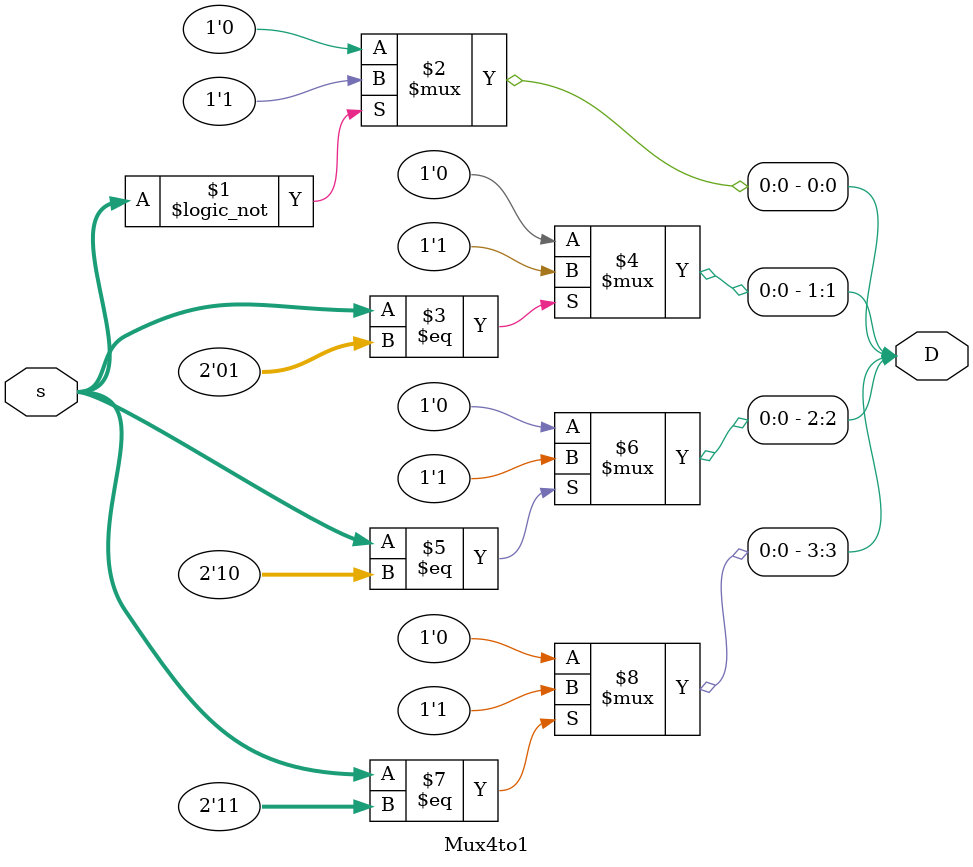
<source format=v>
`timescale 1ns / 1ps
module Mux4to1(
    input [1:0] s,
    output [3:0] D
	);
    assign D[0] = (s == 2'b00) ? 1'b1 : 1'b0;
    assign D[1] = (s == 2'b01) ? 1'b1 : 1'b0;
    assign D[2] = (s == 2'b10) ? 1'b1 : 1'b0;
    assign D[3] = (s == 2'b11) ? 1'b1 : 1'b0;
endmodule
</source>
